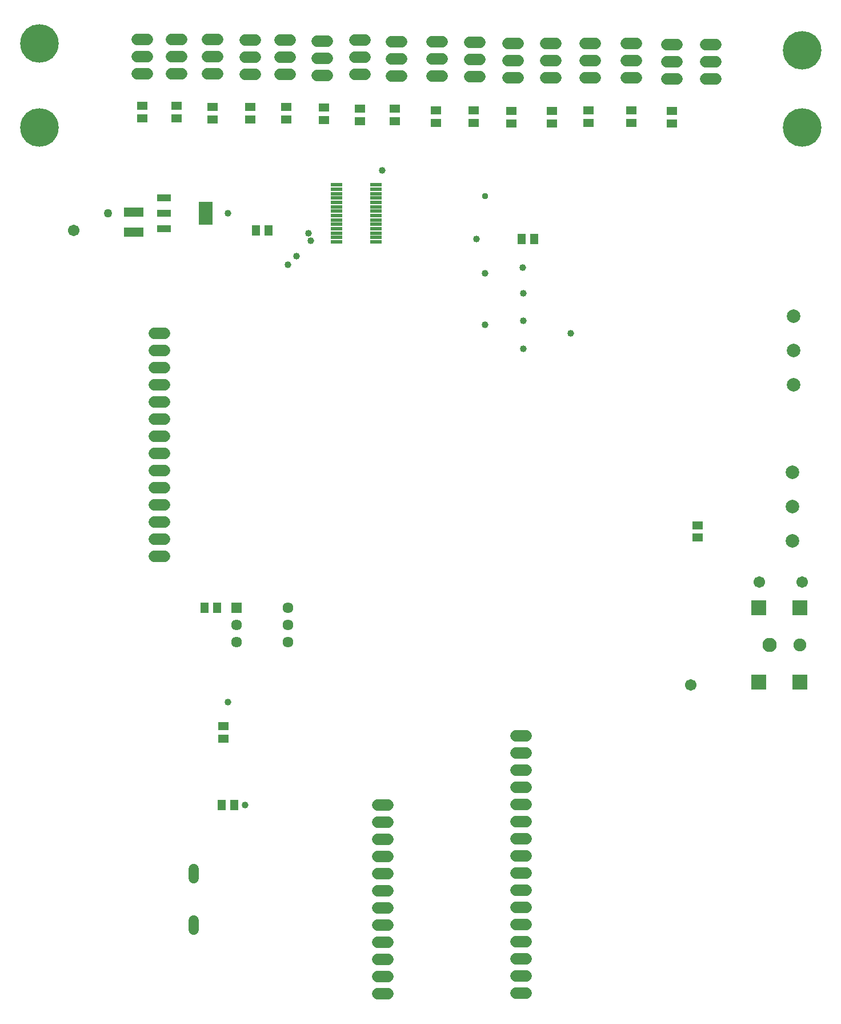
<source format=gbr>
G04 EAGLE Gerber RS-274X export*
G75*
%MOMM*%
%FSLAX34Y34*%
%LPD*%
%INSoldermask Top*%
%IPPOS*%
%AMOC8*
5,1,8,0,0,1.08239X$1,22.5*%
G01*
G04 Define Apertures*
%ADD10C,5.703200*%
%ADD11R,2.918500X1.367800*%
%ADD12R,2.063500X1.101100*%
%ADD13R,2.063500X3.392300*%
%ADD14R,2.253200X2.253200*%
%ADD15C,1.903200*%
%ADD16C,2.103200*%
%ADD17C,1.727200*%
%ADD18R,1.623400X1.234400*%
%ADD19R,1.234400X1.623400*%
%ADD20C,1.524000*%
%ADD21C,2.003200*%
%ADD22R,1.676400X0.558800*%
%ADD23R,1.611200X1.611200*%
%ADD24C,1.611200*%
%ADD25C,1.009600*%
%ADD26C,1.259600*%
%ADD27C,0.959600*%
%ADD28C,1.703200*%
D10*
X-76169Y962665D03*
X-76200Y838200D03*
X1054100Y952500D03*
X1054100Y838200D03*
D11*
X63500Y683746D03*
X63500Y713254D03*
D12*
X108950Y734200D03*
X108950Y711200D03*
X108950Y688200D03*
D13*
X170450Y711200D03*
D14*
X1051329Y16904D03*
X989829Y16904D03*
X1051329Y126904D03*
X989829Y126904D03*
D15*
X1051329Y71904D03*
D16*
X1006329Y71904D03*
D17*
X83820Y917945D02*
X68580Y917945D01*
X68580Y943345D02*
X83820Y943345D01*
X83820Y968745D02*
X68580Y968745D01*
X561340Y913640D02*
X576580Y913640D01*
X576580Y939040D02*
X561340Y939040D01*
X561340Y964440D02*
X576580Y964440D01*
X618490Y911860D02*
X633730Y911860D01*
X633730Y937260D02*
X618490Y937260D01*
X618490Y962660D02*
X633730Y962660D01*
X674370Y911860D02*
X689610Y911860D01*
X689610Y937260D02*
X674370Y937260D01*
X674370Y962660D02*
X689610Y962660D01*
X732790Y911860D02*
X748030Y911860D01*
X748030Y937260D02*
X732790Y937260D01*
X732790Y962660D02*
X748030Y962660D01*
X793750Y912370D02*
X808990Y912370D01*
X808990Y937770D02*
X793750Y937770D01*
X793750Y963170D02*
X808990Y963170D01*
X853440Y910590D02*
X868680Y910590D01*
X868680Y935990D02*
X853440Y935990D01*
X853440Y961390D02*
X868680Y961390D01*
X910953Y910219D02*
X926193Y910219D01*
X926193Y935619D02*
X910953Y935619D01*
X910953Y961019D02*
X926193Y961019D01*
X109220Y533400D02*
X93980Y533400D01*
X93980Y508000D02*
X109220Y508000D01*
X109220Y482600D02*
X93980Y482600D01*
X93980Y457200D02*
X109220Y457200D01*
X109220Y431800D02*
X93980Y431800D01*
X93980Y406400D02*
X109220Y406400D01*
X109220Y381000D02*
X93980Y381000D01*
X93980Y355600D02*
X109220Y355600D01*
X109220Y330200D02*
X93980Y330200D01*
X93980Y304800D02*
X109220Y304800D01*
X109220Y279400D02*
X93980Y279400D01*
X93980Y254000D02*
X109220Y254000D01*
X109220Y228600D02*
X93980Y228600D01*
X93980Y203200D02*
X109220Y203200D01*
X425450Y-165100D02*
X440690Y-165100D01*
X440690Y-190500D02*
X425450Y-190500D01*
X425450Y-215900D02*
X440690Y-215900D01*
X440690Y-241300D02*
X425450Y-241300D01*
X425450Y-266700D02*
X440690Y-266700D01*
X440690Y-292100D02*
X425450Y-292100D01*
X425450Y-317500D02*
X440690Y-317500D01*
X440690Y-342900D02*
X425450Y-342900D01*
X425450Y-368300D02*
X440690Y-368300D01*
X440690Y-393700D02*
X425450Y-393700D01*
X425450Y-419100D02*
X440690Y-419100D01*
X440690Y-444500D02*
X425450Y-444500D01*
X629920Y-62230D02*
X645160Y-62230D01*
X645160Y-87630D02*
X629920Y-87630D01*
X629920Y-113030D02*
X645160Y-113030D01*
X645160Y-138430D02*
X629920Y-138430D01*
X629920Y-163830D02*
X645160Y-163830D01*
X645160Y-189230D02*
X629920Y-189230D01*
X629920Y-214630D02*
X645160Y-214630D01*
X645160Y-240030D02*
X629920Y-240030D01*
X629920Y-265430D02*
X645160Y-265430D01*
X645160Y-290830D02*
X629920Y-290830D01*
X629920Y-316230D02*
X645160Y-316230D01*
X645160Y-341630D02*
X629920Y-341630D01*
X629920Y-367030D02*
X645160Y-367030D01*
X645160Y-392430D02*
X629920Y-392430D01*
X629920Y-417830D02*
X645160Y-417830D01*
X645160Y-443230D02*
X629920Y-443230D01*
X134620Y918210D02*
X119380Y918210D01*
X119380Y943610D02*
X134620Y943610D01*
X134620Y969010D02*
X119380Y969010D01*
X172720Y918210D02*
X187960Y918210D01*
X187960Y943610D02*
X172720Y943610D01*
X172720Y969010D02*
X187960Y969010D01*
X228600Y916940D02*
X243840Y916940D01*
X243840Y942340D02*
X228600Y942340D01*
X228600Y967740D02*
X243840Y967740D01*
X280670Y916940D02*
X295910Y916940D01*
X295910Y942340D02*
X280670Y942340D01*
X280670Y967740D02*
X295910Y967740D01*
X335280Y915670D02*
X350520Y915670D01*
X350520Y941070D02*
X335280Y941070D01*
X335280Y966470D02*
X350520Y966470D01*
X391414Y916940D02*
X406654Y916940D01*
X406654Y942340D02*
X391414Y942340D01*
X391414Y967740D02*
X406654Y967740D01*
X445770Y914400D02*
X461010Y914400D01*
X461010Y939800D02*
X445770Y939800D01*
X445770Y965200D02*
X461010Y965200D01*
X505460Y914400D02*
X520700Y914400D01*
X520700Y939800D02*
X505460Y939800D01*
X505460Y965200D02*
X520700Y965200D01*
D18*
X76200Y870255D03*
X76200Y851865D03*
X567690Y863905D03*
X567690Y845515D03*
X623570Y862635D03*
X623570Y844245D03*
X683260Y862635D03*
X683260Y844245D03*
X737870Y863905D03*
X737870Y845515D03*
X801370Y863905D03*
X801370Y845515D03*
X861060Y862635D03*
X861060Y844245D03*
D19*
X638505Y673100D03*
X656895Y673100D03*
X244805Y685800D03*
X263195Y685800D03*
X194005Y-165100D03*
X212395Y-165100D03*
D18*
X127000Y870255D03*
X127000Y851865D03*
X899594Y249394D03*
X899594Y231004D03*
X196850Y-47955D03*
X196850Y-66345D03*
X180340Y868985D03*
X180340Y850595D03*
X236220Y868985D03*
X236220Y850595D03*
X289560Y868985D03*
X289560Y850595D03*
X345440Y867715D03*
X345440Y849325D03*
X398780Y866445D03*
X398780Y848055D03*
X450850Y866445D03*
X450850Y848055D03*
X511810Y863905D03*
X511810Y845515D03*
D20*
X152400Y-260096D02*
X152400Y-273304D01*
X152400Y-336296D02*
X152400Y-349504D01*
D21*
X1041400Y558800D03*
X1041400Y508000D03*
X1041400Y457200D03*
X1040130Y327660D03*
X1040130Y276860D03*
X1040130Y226060D03*
D22*
X422910Y669036D03*
X422910Y675386D03*
X422910Y681990D03*
X422910Y688340D03*
X422910Y694944D03*
X422910Y701548D03*
X422910Y707898D03*
X422910Y714502D03*
X422910Y720852D03*
X422910Y727456D03*
X422910Y734060D03*
X422910Y740410D03*
X422910Y747014D03*
X422910Y753364D03*
X364490Y753364D03*
X364490Y747014D03*
X364490Y740410D03*
X364490Y734060D03*
X364490Y727456D03*
X364490Y720852D03*
X364490Y714502D03*
X364490Y707898D03*
X364490Y701548D03*
X364490Y694944D03*
X364490Y688340D03*
X364490Y681990D03*
X364490Y675386D03*
X364490Y669036D03*
D23*
X215900Y127000D03*
D24*
X215900Y101600D03*
X215900Y76200D03*
X292100Y76200D03*
X292100Y101600D03*
X292100Y127000D03*
D19*
X168605Y127000D03*
X186995Y127000D03*
D25*
X203200Y711200D03*
X322580Y681990D03*
X584200Y546100D03*
X584200Y622300D03*
X228600Y-165100D03*
X431800Y774700D03*
D26*
X25400Y711200D03*
D27*
X584200Y736600D03*
D28*
X1054100Y165100D03*
X990600Y165100D03*
D25*
X711200Y533400D03*
X203200Y-12700D03*
X326390Y670560D03*
X304800Y647700D03*
X641350Y511080D03*
X641350Y552450D03*
X641350Y593090D03*
X640080Y631190D03*
X571500Y673100D03*
X292100Y635000D03*
D28*
X-25400Y685800D03*
X889000Y12700D03*
M02*

</source>
